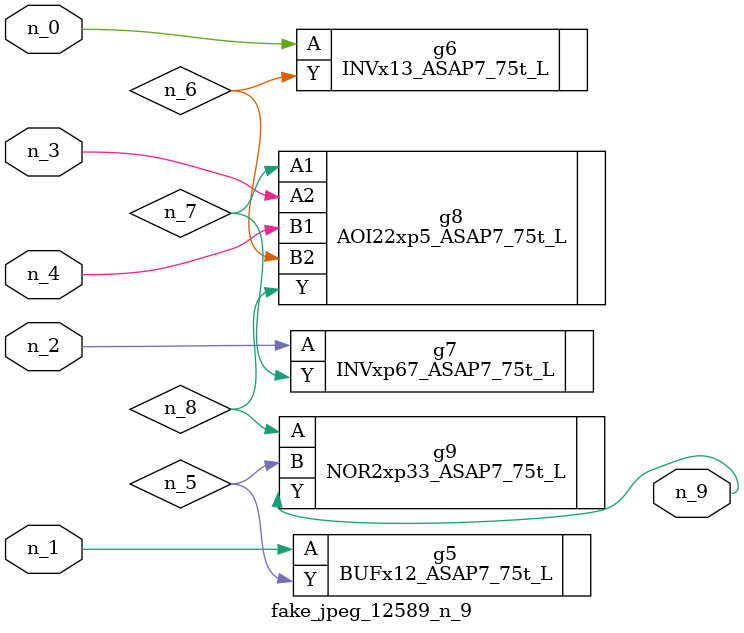
<source format=v>
module fake_jpeg_12589_n_9 (n_3, n_2, n_1, n_0, n_4, n_9);

input n_3;
input n_2;
input n_1;
input n_0;
input n_4;

output n_9;

wire n_8;
wire n_6;
wire n_5;
wire n_7;

BUFx12_ASAP7_75t_L g5 ( 
.A(n_1),
.Y(n_5)
);

INVx13_ASAP7_75t_L g6 ( 
.A(n_0),
.Y(n_6)
);

INVxp67_ASAP7_75t_L g7 ( 
.A(n_2),
.Y(n_7)
);

AOI22xp5_ASAP7_75t_L g8 ( 
.A1(n_7),
.A2(n_3),
.B1(n_4),
.B2(n_6),
.Y(n_8)
);

NOR2xp33_ASAP7_75t_L g9 ( 
.A(n_8),
.B(n_5),
.Y(n_9)
);


endmodule
</source>
